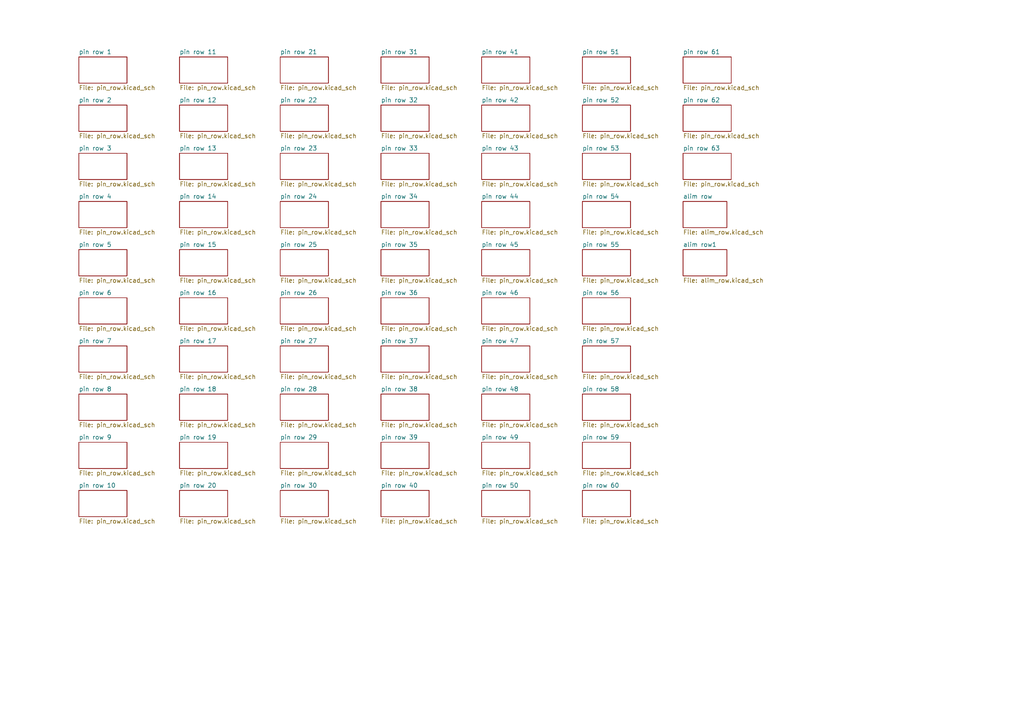
<source format=kicad_sch>
(kicad_sch
	(version 20250114)
	(generator "eeschema")
	(generator_version "9.0")
	(uuid "e605fdad-5778-44d0-9fa4-8d0c1f5f8e4f")
	(paper "A4")
	(lib_symbols)
	(sheet
		(at 22.86 30.48)
		(size 13.97 7.62)
		(exclude_from_sim no)
		(in_bom yes)
		(on_board yes)
		(dnp no)
		(fields_autoplaced yes)
		(stroke
			(width 0.1524)
			(type solid)
		)
		(fill
			(color 0 0 0 0.0000)
		)
		(uuid "010244ba-b459-43d0-9189-99817ad16ee9")
		(property "Sheetname" "pin row 2"
			(at 22.86 29.7684 0)
			(effects
				(font
					(size 1.27 1.27)
				)
				(justify left bottom)
			)
		)
		(property "Sheetfile" "pin_row.kicad_sch"
			(at 22.86 38.6846 0)
			(effects
				(font
					(size 1.27 1.27)
				)
				(justify left top)
			)
		)
		(instances
			(project "solderbread_custm"
				(path "/e605fdad-5778-44d0-9fa4-8d0c1f5f8e4f"
					(page "3")
				)
			)
		)
	)
	(sheet
		(at 81.28 86.36)
		(size 13.97 7.62)
		(exclude_from_sim no)
		(in_bom yes)
		(on_board yes)
		(dnp no)
		(fields_autoplaced yes)
		(stroke
			(width 0.1524)
			(type solid)
		)
		(fill
			(color 0 0 0 0.0000)
		)
		(uuid "016e330a-7c33-4980-8d3d-8eedfeb2c957")
		(property "Sheetname" "pin row 26"
			(at 81.28 85.6484 0)
			(effects
				(font
					(size 1.27 1.27)
				)
				(justify left bottom)
			)
		)
		(property "Sheetfile" "pin_row.kicad_sch"
			(at 81.28 94.5646 0)
			(effects
				(font
					(size 1.27 1.27)
				)
				(justify left top)
			)
		)
		(instances
			(project "solderbread_custm"
				(path "/e605fdad-5778-44d0-9fa4-8d0c1f5f8e4f"
					(page "27")
				)
			)
		)
	)
	(sheet
		(at 139.7 128.27)
		(size 13.97 7.62)
		(exclude_from_sim no)
		(in_bom yes)
		(on_board yes)
		(dnp no)
		(fields_autoplaced yes)
		(stroke
			(width 0.1524)
			(type solid)
		)
		(fill
			(color 0 0 0 0.0000)
		)
		(uuid "02d80adb-a5e7-4fb0-8f07-ee8dbdd7040d")
		(property "Sheetname" "pin row 49"
			(at 139.7 127.5584 0)
			(effects
				(font
					(size 1.27 1.27)
				)
				(justify left bottom)
			)
		)
		(property "Sheetfile" "pin_row.kicad_sch"
			(at 139.7 136.4746 0)
			(effects
				(font
					(size 1.27 1.27)
				)
				(justify left top)
			)
		)
		(instances
			(project "solderbread_custm"
				(path "/e605fdad-5778-44d0-9fa4-8d0c1f5f8e4f"
					(page "50")
				)
			)
		)
	)
	(sheet
		(at 198.12 72.39)
		(size 12.7 7.62)
		(exclude_from_sim no)
		(in_bom yes)
		(on_board yes)
		(dnp no)
		(fields_autoplaced yes)
		(stroke
			(width 0.1524)
			(type solid)
		)
		(fill
			(color 0 0 0 0.0000)
		)
		(uuid "072fa771-d07e-43d1-b595-b0e6035fb33b")
		(property "Sheetname" "alim row1"
			(at 198.12 71.6784 0)
			(effects
				(font
					(size 1.27 1.27)
				)
				(justify left bottom)
			)
		)
		(property "Sheetfile" "alim_row.kicad_sch"
			(at 198.12 80.5946 0)
			(effects
				(font
					(size 1.27 1.27)
				)
				(justify left top)
			)
		)
		(instances
			(project "solderbread_custm"
				(path "/e605fdad-5778-44d0-9fa4-8d0c1f5f8e4f"
					(page "66")
				)
			)
		)
	)
	(sheet
		(at 168.91 16.51)
		(size 13.97 7.62)
		(exclude_from_sim no)
		(in_bom yes)
		(on_board yes)
		(dnp no)
		(fields_autoplaced yes)
		(stroke
			(width 0.1524)
			(type solid)
		)
		(fill
			(color 0 0 0 0.0000)
		)
		(uuid "0c9c53b0-d9c0-425a-bc6c-f60d6da800fa")
		(property "Sheetname" "pin row 51"
			(at 168.91 15.7984 0)
			(effects
				(font
					(size 1.27 1.27)
				)
				(justify left bottom)
			)
		)
		(property "Sheetfile" "pin_row.kicad_sch"
			(at 168.91 24.7146 0)
			(effects
				(font
					(size 1.27 1.27)
				)
				(justify left top)
			)
		)
		(instances
			(project "solderbread_custm"
				(path "/e605fdad-5778-44d0-9fa4-8d0c1f5f8e4f"
					(page "52")
				)
			)
		)
	)
	(sheet
		(at 22.86 128.27)
		(size 13.97 7.62)
		(exclude_from_sim no)
		(in_bom yes)
		(on_board yes)
		(dnp no)
		(fields_autoplaced yes)
		(stroke
			(width 0.1524)
			(type solid)
		)
		(fill
			(color 0 0 0 0.0000)
		)
		(uuid "154762b8-5ef2-4e31-88dc-0d65a0077471")
		(property "Sheetname" "pin row 9"
			(at 22.86 127.5584 0)
			(effects
				(font
					(size 1.27 1.27)
				)
				(justify left bottom)
			)
		)
		(property "Sheetfile" "pin_row.kicad_sch"
			(at 22.86 136.4746 0)
			(effects
				(font
					(size 1.27 1.27)
				)
				(justify left top)
			)
		)
		(instances
			(project "solderbread_custm"
				(path "/e605fdad-5778-44d0-9fa4-8d0c1f5f8e4f"
					(page "10")
				)
			)
		)
	)
	(sheet
		(at 110.49 86.36)
		(size 13.97 7.62)
		(exclude_from_sim no)
		(in_bom yes)
		(on_board yes)
		(dnp no)
		(fields_autoplaced yes)
		(stroke
			(width 0.1524)
			(type solid)
		)
		(fill
			(color 0 0 0 0.0000)
		)
		(uuid "2608f317-1d76-4ec8-9ad0-d2aeb0ca5d4d")
		(property "Sheetname" "pin row 36"
			(at 110.49 85.6484 0)
			(effects
				(font
					(size 1.27 1.27)
				)
				(justify left bottom)
			)
		)
		(property "Sheetfile" "pin_row.kicad_sch"
			(at 110.49 94.5646 0)
			(effects
				(font
					(size 1.27 1.27)
				)
				(justify left top)
			)
		)
		(instances
			(project "solderbread_custm"
				(path "/e605fdad-5778-44d0-9fa4-8d0c1f5f8e4f"
					(page "37")
				)
			)
		)
	)
	(sheet
		(at 168.91 142.24)
		(size 13.97 7.62)
		(exclude_from_sim no)
		(in_bom yes)
		(on_board yes)
		(dnp no)
		(fields_autoplaced yes)
		(stroke
			(width 0.1524)
			(type solid)
		)
		(fill
			(color 0 0 0 0.0000)
		)
		(uuid "2ef212bf-23da-4f89-a7f0-00b9bad65dab")
		(property "Sheetname" "pin row 60"
			(at 168.91 141.5284 0)
			(effects
				(font
					(size 1.27 1.27)
				)
				(justify left bottom)
			)
		)
		(property "Sheetfile" "pin_row.kicad_sch"
			(at 168.91 150.4446 0)
			(effects
				(font
					(size 1.27 1.27)
				)
				(justify left top)
			)
		)
		(instances
			(project "solderbread_custm"
				(path "/e605fdad-5778-44d0-9fa4-8d0c1f5f8e4f"
					(page "61")
				)
			)
		)
	)
	(sheet
		(at 81.28 114.3)
		(size 13.97 7.62)
		(exclude_from_sim no)
		(in_bom yes)
		(on_board yes)
		(dnp no)
		(fields_autoplaced yes)
		(stroke
			(width 0.1524)
			(type solid)
		)
		(fill
			(color 0 0 0 0.0000)
		)
		(uuid "30d4936d-6ace-469d-9fd2-c575b4b4eaef")
		(property "Sheetname" "pin row 28"
			(at 81.28 113.5884 0)
			(effects
				(font
					(size 1.27 1.27)
				)
				(justify left bottom)
			)
		)
		(property "Sheetfile" "pin_row.kicad_sch"
			(at 81.28 122.5046 0)
			(effects
				(font
					(size 1.27 1.27)
				)
				(justify left top)
			)
		)
		(instances
			(project "solderbread_custm"
				(path "/e605fdad-5778-44d0-9fa4-8d0c1f5f8e4f"
					(page "29")
				)
			)
		)
	)
	(sheet
		(at 52.07 128.27)
		(size 13.97 7.62)
		(exclude_from_sim no)
		(in_bom yes)
		(on_board yes)
		(dnp no)
		(fields_autoplaced yes)
		(stroke
			(width 0.1524)
			(type solid)
		)
		(fill
			(color 0 0 0 0.0000)
		)
		(uuid "33da9005-e0c1-4025-b582-7188bba8029f")
		(property "Sheetname" "pin row 19"
			(at 52.07 127.5584 0)
			(effects
				(font
					(size 1.27 1.27)
				)
				(justify left bottom)
			)
		)
		(property "Sheetfile" "pin_row.kicad_sch"
			(at 52.07 136.4746 0)
			(effects
				(font
					(size 1.27 1.27)
				)
				(justify left top)
			)
		)
		(instances
			(project "solderbread_custm"
				(path "/e605fdad-5778-44d0-9fa4-8d0c1f5f8e4f"
					(page "20")
				)
			)
		)
	)
	(sheet
		(at 22.86 86.36)
		(size 13.97 7.62)
		(exclude_from_sim no)
		(in_bom yes)
		(on_board yes)
		(dnp no)
		(fields_autoplaced yes)
		(stroke
			(width 0.1524)
			(type solid)
		)
		(fill
			(color 0 0 0 0.0000)
		)
		(uuid "37563292-0dc4-48dd-bfaa-66a572fe19bd")
		(property "Sheetname" "pin row 6"
			(at 22.86 85.6484 0)
			(effects
				(font
					(size 1.27 1.27)
				)
				(justify left bottom)
			)
		)
		(property "Sheetfile" "pin_row.kicad_sch"
			(at 22.86 94.5646 0)
			(effects
				(font
					(size 1.27 1.27)
				)
				(justify left top)
			)
		)
		(instances
			(project "solderbread_custm"
				(path "/e605fdad-5778-44d0-9fa4-8d0c1f5f8e4f"
					(page "7")
				)
			)
		)
	)
	(sheet
		(at 22.86 16.51)
		(size 13.97 7.62)
		(exclude_from_sim no)
		(in_bom yes)
		(on_board yes)
		(dnp no)
		(fields_autoplaced yes)
		(stroke
			(width 0.1524)
			(type solid)
		)
		(fill
			(color 0 0 0 0.0000)
		)
		(uuid "3c84d1c7-f916-4d2d-8697-a453457381b9")
		(property "Sheetname" "pin row 1"
			(at 22.86 15.7984 0)
			(effects
				(font
					(size 1.27 1.27)
				)
				(justify left bottom)
			)
		)
		(property "Sheetfile" "pin_row.kicad_sch"
			(at 22.86 24.7146 0)
			(effects
				(font
					(size 1.27 1.27)
				)
				(justify left top)
			)
		)
		(instances
			(project "solderbread_custm"
				(path "/e605fdad-5778-44d0-9fa4-8d0c1f5f8e4f"
					(page "2")
				)
			)
		)
	)
	(sheet
		(at 168.91 114.3)
		(size 13.97 7.62)
		(exclude_from_sim no)
		(in_bom yes)
		(on_board yes)
		(dnp no)
		(fields_autoplaced yes)
		(stroke
			(width 0.1524)
			(type solid)
		)
		(fill
			(color 0 0 0 0.0000)
		)
		(uuid "3d78e162-6c7a-4f1e-8af1-ed304957f422")
		(property "Sheetname" "pin row 58"
			(at 168.91 113.5884 0)
			(effects
				(font
					(size 1.27 1.27)
				)
				(justify left bottom)
			)
		)
		(property "Sheetfile" "pin_row.kicad_sch"
			(at 168.91 122.5046 0)
			(effects
				(font
					(size 1.27 1.27)
				)
				(justify left top)
			)
		)
		(instances
			(project "solderbread_custm"
				(path "/e605fdad-5778-44d0-9fa4-8d0c1f5f8e4f"
					(page "59")
				)
			)
		)
	)
	(sheet
		(at 168.91 86.36)
		(size 13.97 7.62)
		(exclude_from_sim no)
		(in_bom yes)
		(on_board yes)
		(dnp no)
		(fields_autoplaced yes)
		(stroke
			(width 0.1524)
			(type solid)
		)
		(fill
			(color 0 0 0 0.0000)
		)
		(uuid "3dc0baf6-241e-4ac7-8911-2ddf648af76e")
		(property "Sheetname" "pin row 56"
			(at 168.91 85.6484 0)
			(effects
				(font
					(size 1.27 1.27)
				)
				(justify left bottom)
			)
		)
		(property "Sheetfile" "pin_row.kicad_sch"
			(at 168.91 94.5646 0)
			(effects
				(font
					(size 1.27 1.27)
				)
				(justify left top)
			)
		)
		(instances
			(project "solderbread_custm"
				(path "/e605fdad-5778-44d0-9fa4-8d0c1f5f8e4f"
					(page "57")
				)
			)
		)
	)
	(sheet
		(at 52.07 72.39)
		(size 13.97 7.62)
		(exclude_from_sim no)
		(in_bom yes)
		(on_board yes)
		(dnp no)
		(fields_autoplaced yes)
		(stroke
			(width 0.1524)
			(type solid)
		)
		(fill
			(color 0 0 0 0.0000)
		)
		(uuid "4061ce90-f682-4a66-b090-9e287a33a812")
		(property "Sheetname" "pin row 15"
			(at 52.07 71.6784 0)
			(effects
				(font
					(size 1.27 1.27)
				)
				(justify left bottom)
			)
		)
		(property "Sheetfile" "pin_row.kicad_sch"
			(at 52.07 80.5946 0)
			(effects
				(font
					(size 1.27 1.27)
				)
				(justify left top)
			)
		)
		(instances
			(project "solderbread_custm"
				(path "/e605fdad-5778-44d0-9fa4-8d0c1f5f8e4f"
					(page "16")
				)
			)
		)
	)
	(sheet
		(at 139.7 30.48)
		(size 13.97 7.62)
		(exclude_from_sim no)
		(in_bom yes)
		(on_board yes)
		(dnp no)
		(fields_autoplaced yes)
		(stroke
			(width 0.1524)
			(type solid)
		)
		(fill
			(color 0 0 0 0.0000)
		)
		(uuid "40d4b3a5-f6df-4823-8014-e27f4d817445")
		(property "Sheetname" "pin row 42"
			(at 139.7 29.7684 0)
			(effects
				(font
					(size 1.27 1.27)
				)
				(justify left bottom)
			)
		)
		(property "Sheetfile" "pin_row.kicad_sch"
			(at 139.7 38.6846 0)
			(effects
				(font
					(size 1.27 1.27)
				)
				(justify left top)
			)
		)
		(instances
			(project "solderbread_custm"
				(path "/e605fdad-5778-44d0-9fa4-8d0c1f5f8e4f"
					(page "43")
				)
			)
		)
	)
	(sheet
		(at 81.28 16.51)
		(size 13.97 7.62)
		(exclude_from_sim no)
		(in_bom yes)
		(on_board yes)
		(dnp no)
		(fields_autoplaced yes)
		(stroke
			(width 0.1524)
			(type solid)
		)
		(fill
			(color 0 0 0 0.0000)
		)
		(uuid "40e59e53-e3a1-40f9-8efb-56bd5136985d")
		(property "Sheetname" "pin row 21"
			(at 81.28 15.7984 0)
			(effects
				(font
					(size 1.27 1.27)
				)
				(justify left bottom)
			)
		)
		(property "Sheetfile" "pin_row.kicad_sch"
			(at 81.28 24.7146 0)
			(effects
				(font
					(size 1.27 1.27)
				)
				(justify left top)
			)
		)
		(instances
			(project "solderbread_custm"
				(path "/e605fdad-5778-44d0-9fa4-8d0c1f5f8e4f"
					(page "22")
				)
			)
		)
	)
	(sheet
		(at 110.49 72.39)
		(size 13.97 7.62)
		(exclude_from_sim no)
		(in_bom yes)
		(on_board yes)
		(dnp no)
		(fields_autoplaced yes)
		(stroke
			(width 0.1524)
			(type solid)
		)
		(fill
			(color 0 0 0 0.0000)
		)
		(uuid "43885cb7-c405-4f8b-9fe1-ee244334d622")
		(property "Sheetname" "pin row 35"
			(at 110.49 71.6784 0)
			(effects
				(font
					(size 1.27 1.27)
				)
				(justify left bottom)
			)
		)
		(property "Sheetfile" "pin_row.kicad_sch"
			(at 110.49 80.5946 0)
			(effects
				(font
					(size 1.27 1.27)
				)
				(justify left top)
			)
		)
		(instances
			(project "solderbread_custm"
				(path "/e605fdad-5778-44d0-9fa4-8d0c1f5f8e4f"
					(page "36")
				)
			)
		)
	)
	(sheet
		(at 168.91 30.48)
		(size 13.97 7.62)
		(exclude_from_sim no)
		(in_bom yes)
		(on_board yes)
		(dnp no)
		(fields_autoplaced yes)
		(stroke
			(width 0.1524)
			(type solid)
		)
		(fill
			(color 0 0 0 0.0000)
		)
		(uuid "43e785ac-989f-4ce3-9ef1-27016825ccf0")
		(property "Sheetname" "pin row 52"
			(at 168.91 29.7684 0)
			(effects
				(font
					(size 1.27 1.27)
				)
				(justify left bottom)
			)
		)
		(property "Sheetfile" "pin_row.kicad_sch"
			(at 168.91 38.6846 0)
			(effects
				(font
					(size 1.27 1.27)
				)
				(justify left top)
			)
		)
		(instances
			(project "solderbread_custm"
				(path "/e605fdad-5778-44d0-9fa4-8d0c1f5f8e4f"
					(page "53")
				)
			)
		)
	)
	(sheet
		(at 110.49 58.42)
		(size 13.97 7.62)
		(exclude_from_sim no)
		(in_bom yes)
		(on_board yes)
		(dnp no)
		(fields_autoplaced yes)
		(stroke
			(width 0.1524)
			(type solid)
		)
		(fill
			(color 0 0 0 0.0000)
		)
		(uuid "46498db3-7956-4275-a165-af8e4da83eaf")
		(property "Sheetname" "pin row 34"
			(at 110.49 57.7084 0)
			(effects
				(font
					(size 1.27 1.27)
				)
				(justify left bottom)
			)
		)
		(property "Sheetfile" "pin_row.kicad_sch"
			(at 110.49 66.6246 0)
			(effects
				(font
					(size 1.27 1.27)
				)
				(justify left top)
			)
		)
		(instances
			(project "solderbread_custm"
				(path "/e605fdad-5778-44d0-9fa4-8d0c1f5f8e4f"
					(page "35")
				)
			)
		)
	)
	(sheet
		(at 198.12 44.45)
		(size 13.97 7.62)
		(exclude_from_sim no)
		(in_bom yes)
		(on_board yes)
		(dnp no)
		(fields_autoplaced yes)
		(stroke
			(width 0.1524)
			(type solid)
		)
		(fill
			(color 0 0 0 0.0000)
		)
		(uuid "4856f381-3bbc-4f1f-807e-a0ba76da9390")
		(property "Sheetname" "pin row 63"
			(at 198.12 43.7384 0)
			(effects
				(font
					(size 1.27 1.27)
				)
				(justify left bottom)
			)
		)
		(property "Sheetfile" "pin_row.kicad_sch"
			(at 198.12 52.6546 0)
			(effects
				(font
					(size 1.27 1.27)
				)
				(justify left top)
			)
		)
		(instances
			(project "solderbread_custm"
				(path "/e605fdad-5778-44d0-9fa4-8d0c1f5f8e4f"
					(page "64")
				)
			)
		)
	)
	(sheet
		(at 81.28 142.24)
		(size 13.97 7.62)
		(exclude_from_sim no)
		(in_bom yes)
		(on_board yes)
		(dnp no)
		(fields_autoplaced yes)
		(stroke
			(width 0.1524)
			(type solid)
		)
		(fill
			(color 0 0 0 0.0000)
		)
		(uuid "4e273c7a-151b-4c31-bd73-3c6e585afc29")
		(property "Sheetname" "pin row 30"
			(at 81.28 141.5284 0)
			(effects
				(font
					(size 1.27 1.27)
				)
				(justify left bottom)
			)
		)
		(property "Sheetfile" "pin_row.kicad_sch"
			(at 81.28 150.4446 0)
			(effects
				(font
					(size 1.27 1.27)
				)
				(justify left top)
			)
		)
		(instances
			(project "solderbread_custm"
				(path "/e605fdad-5778-44d0-9fa4-8d0c1f5f8e4f"
					(page "31")
				)
			)
		)
	)
	(sheet
		(at 81.28 128.27)
		(size 13.97 7.62)
		(exclude_from_sim no)
		(in_bom yes)
		(on_board yes)
		(dnp no)
		(fields_autoplaced yes)
		(stroke
			(width 0.1524)
			(type solid)
		)
		(fill
			(color 0 0 0 0.0000)
		)
		(uuid "4e52f344-6a99-4731-8680-d93f79731469")
		(property "Sheetname" "pin row 29"
			(at 81.28 127.5584 0)
			(effects
				(font
					(size 1.27 1.27)
				)
				(justify left bottom)
			)
		)
		(property "Sheetfile" "pin_row.kicad_sch"
			(at 81.28 136.4746 0)
			(effects
				(font
					(size 1.27 1.27)
				)
				(justify left top)
			)
		)
		(instances
			(project "solderbread_custm"
				(path "/e605fdad-5778-44d0-9fa4-8d0c1f5f8e4f"
					(page "30")
				)
			)
		)
	)
	(sheet
		(at 110.49 30.48)
		(size 13.97 7.62)
		(exclude_from_sim no)
		(in_bom yes)
		(on_board yes)
		(dnp no)
		(fields_autoplaced yes)
		(stroke
			(width 0.1524)
			(type solid)
		)
		(fill
			(color 0 0 0 0.0000)
		)
		(uuid "4ef63628-8ba9-49e6-a448-553376606dd5")
		(property "Sheetname" "pin row 32"
			(at 110.49 29.7684 0)
			(effects
				(font
					(size 1.27 1.27)
				)
				(justify left bottom)
			)
		)
		(property "Sheetfile" "pin_row.kicad_sch"
			(at 110.49 38.6846 0)
			(effects
				(font
					(size 1.27 1.27)
				)
				(justify left top)
			)
		)
		(instances
			(project "solderbread_custm"
				(path "/e605fdad-5778-44d0-9fa4-8d0c1f5f8e4f"
					(page "33")
				)
			)
		)
	)
	(sheet
		(at 139.7 86.36)
		(size 13.97 7.62)
		(exclude_from_sim no)
		(in_bom yes)
		(on_board yes)
		(dnp no)
		(fields_autoplaced yes)
		(stroke
			(width 0.1524)
			(type solid)
		)
		(fill
			(color 0 0 0 0.0000)
		)
		(uuid "54951a71-20ea-40fe-97c5-b568eb91069b")
		(property "Sheetname" "pin row 46"
			(at 139.7 85.6484 0)
			(effects
				(font
					(size 1.27 1.27)
				)
				(justify left bottom)
			)
		)
		(property "Sheetfile" "pin_row.kicad_sch"
			(at 139.7 94.5646 0)
			(effects
				(font
					(size 1.27 1.27)
				)
				(justify left top)
			)
		)
		(instances
			(project "solderbread_custm"
				(path "/e605fdad-5778-44d0-9fa4-8d0c1f5f8e4f"
					(page "47")
				)
			)
		)
	)
	(sheet
		(at 110.49 16.51)
		(size 13.97 7.62)
		(exclude_from_sim no)
		(in_bom yes)
		(on_board yes)
		(dnp no)
		(fields_autoplaced yes)
		(stroke
			(width 0.1524)
			(type solid)
		)
		(fill
			(color 0 0 0 0.0000)
		)
		(uuid "59c1a704-b163-4a86-a9f1-39de9f5927c2")
		(property "Sheetname" "pin row 31"
			(at 110.49 15.7984 0)
			(effects
				(font
					(size 1.27 1.27)
				)
				(justify left bottom)
			)
		)
		(property "Sheetfile" "pin_row.kicad_sch"
			(at 110.49 24.7146 0)
			(effects
				(font
					(size 1.27 1.27)
				)
				(justify left top)
			)
		)
		(instances
			(project "solderbread_custm"
				(path "/e605fdad-5778-44d0-9fa4-8d0c1f5f8e4f"
					(page "32")
				)
			)
		)
	)
	(sheet
		(at 22.86 114.3)
		(size 13.97 7.62)
		(exclude_from_sim no)
		(in_bom yes)
		(on_board yes)
		(dnp no)
		(fields_autoplaced yes)
		(stroke
			(width 0.1524)
			(type solid)
		)
		(fill
			(color 0 0 0 0.0000)
		)
		(uuid "5bac0915-e86e-49b9-81f9-23e609a7a28e")
		(property "Sheetname" "pin row 8"
			(at 22.86 113.5884 0)
			(effects
				(font
					(size 1.27 1.27)
				)
				(justify left bottom)
			)
		)
		(property "Sheetfile" "pin_row.kicad_sch"
			(at 22.86 122.5046 0)
			(effects
				(font
					(size 1.27 1.27)
				)
				(justify left top)
			)
		)
		(instances
			(project "solderbread_custm"
				(path "/e605fdad-5778-44d0-9fa4-8d0c1f5f8e4f"
					(page "9")
				)
			)
		)
	)
	(sheet
		(at 52.07 16.51)
		(size 13.97 7.62)
		(exclude_from_sim no)
		(in_bom yes)
		(on_board yes)
		(dnp no)
		(fields_autoplaced yes)
		(stroke
			(width 0.1524)
			(type solid)
		)
		(fill
			(color 0 0 0 0.0000)
		)
		(uuid "618a33cb-529b-4425-a59e-3ed304ebd2cf")
		(property "Sheetname" "pin row 11"
			(at 52.07 15.7984 0)
			(effects
				(font
					(size 1.27 1.27)
				)
				(justify left bottom)
			)
		)
		(property "Sheetfile" "pin_row.kicad_sch"
			(at 52.07 24.7146 0)
			(effects
				(font
					(size 1.27 1.27)
				)
				(justify left top)
			)
		)
		(instances
			(project "solderbread_custm"
				(path "/e605fdad-5778-44d0-9fa4-8d0c1f5f8e4f"
					(page "12")
				)
			)
		)
	)
	(sheet
		(at 81.28 44.45)
		(size 13.97 7.62)
		(exclude_from_sim no)
		(in_bom yes)
		(on_board yes)
		(dnp no)
		(fields_autoplaced yes)
		(stroke
			(width 0.1524)
			(type solid)
		)
		(fill
			(color 0 0 0 0.0000)
		)
		(uuid "61e0bfe2-4778-4cfa-86d6-3350298c78f6")
		(property "Sheetname" "pin row 23"
			(at 81.28 43.7384 0)
			(effects
				(font
					(size 1.27 1.27)
				)
				(justify left bottom)
			)
		)
		(property "Sheetfile" "pin_row.kicad_sch"
			(at 81.28 52.6546 0)
			(effects
				(font
					(size 1.27 1.27)
				)
				(justify left top)
			)
		)
		(instances
			(project "solderbread_custm"
				(path "/e605fdad-5778-44d0-9fa4-8d0c1f5f8e4f"
					(page "24")
				)
			)
		)
	)
	(sheet
		(at 198.12 16.51)
		(size 13.97 7.62)
		(exclude_from_sim no)
		(in_bom yes)
		(on_board yes)
		(dnp no)
		(fields_autoplaced yes)
		(stroke
			(width 0.1524)
			(type solid)
		)
		(fill
			(color 0 0 0 0.0000)
		)
		(uuid "64bd646c-3bba-4df4-87c2-e5dcd4efed82")
		(property "Sheetname" "pin row 61"
			(at 198.12 15.7984 0)
			(effects
				(font
					(size 1.27 1.27)
				)
				(justify left bottom)
			)
		)
		(property "Sheetfile" "pin_row.kicad_sch"
			(at 198.12 24.7146 0)
			(effects
				(font
					(size 1.27 1.27)
				)
				(justify left top)
			)
		)
		(instances
			(project "solderbread_custm"
				(path "/e605fdad-5778-44d0-9fa4-8d0c1f5f8e4f"
					(page "62")
				)
			)
		)
	)
	(sheet
		(at 139.7 44.45)
		(size 13.97 7.62)
		(exclude_from_sim no)
		(in_bom yes)
		(on_board yes)
		(dnp no)
		(fields_autoplaced yes)
		(stroke
			(width 0.1524)
			(type solid)
		)
		(fill
			(color 0 0 0 0.0000)
		)
		(uuid "65fbc034-9cb8-41a9-9d1b-9a324e28dabc")
		(property "Sheetname" "pin row 43"
			(at 139.7 43.7384 0)
			(effects
				(font
					(size 1.27 1.27)
				)
				(justify left bottom)
			)
		)
		(property "Sheetfile" "pin_row.kicad_sch"
			(at 139.7 52.6546 0)
			(effects
				(font
					(size 1.27 1.27)
				)
				(justify left top)
			)
		)
		(instances
			(project "solderbread_custm"
				(path "/e605fdad-5778-44d0-9fa4-8d0c1f5f8e4f"
					(page "44")
				)
			)
		)
	)
	(sheet
		(at 22.86 142.24)
		(size 13.97 7.62)
		(exclude_from_sim no)
		(in_bom yes)
		(on_board yes)
		(dnp no)
		(fields_autoplaced yes)
		(stroke
			(width 0.1524)
			(type solid)
		)
		(fill
			(color 0 0 0 0.0000)
		)
		(uuid "679242e2-9ffe-4de5-bfb1-b031118ac734")
		(property "Sheetname" "pin row 10"
			(at 22.86 141.5284 0)
			(effects
				(font
					(size 1.27 1.27)
				)
				(justify left bottom)
			)
		)
		(property "Sheetfile" "pin_row.kicad_sch"
			(at 22.86 150.4446 0)
			(effects
				(font
					(size 1.27 1.27)
				)
				(justify left top)
			)
		)
		(instances
			(project "solderbread_custm"
				(path "/e605fdad-5778-44d0-9fa4-8d0c1f5f8e4f"
					(page "11")
				)
			)
		)
	)
	(sheet
		(at 168.91 58.42)
		(size 13.97 7.62)
		(exclude_from_sim no)
		(in_bom yes)
		(on_board yes)
		(dnp no)
		(fields_autoplaced yes)
		(stroke
			(width 0.1524)
			(type solid)
		)
		(fill
			(color 0 0 0 0.0000)
		)
		(uuid "67aa851b-9811-427e-938e-62c63245778e")
		(property "Sheetname" "pin row 54"
			(at 168.91 57.7084 0)
			(effects
				(font
					(size 1.27 1.27)
				)
				(justify left bottom)
			)
		)
		(property "Sheetfile" "pin_row.kicad_sch"
			(at 168.91 66.6246 0)
			(effects
				(font
					(size 1.27 1.27)
				)
				(justify left top)
			)
		)
		(instances
			(project "solderbread_custm"
				(path "/e605fdad-5778-44d0-9fa4-8d0c1f5f8e4f"
					(page "55")
				)
			)
		)
	)
	(sheet
		(at 110.49 100.33)
		(size 13.97 7.62)
		(exclude_from_sim no)
		(in_bom yes)
		(on_board yes)
		(dnp no)
		(fields_autoplaced yes)
		(stroke
			(width 0.1524)
			(type solid)
		)
		(fill
			(color 0 0 0 0.0000)
		)
		(uuid "6cf467ce-c496-4af3-84e3-2493ae4fb2fb")
		(property "Sheetname" "pin row 37"
			(at 110.49 99.6184 0)
			(effects
				(font
					(size 1.27 1.27)
				)
				(justify left bottom)
			)
		)
		(property "Sheetfile" "pin_row.kicad_sch"
			(at 110.49 108.5346 0)
			(effects
				(font
					(size 1.27 1.27)
				)
				(justify left top)
			)
		)
		(instances
			(project "solderbread_custm"
				(path "/e605fdad-5778-44d0-9fa4-8d0c1f5f8e4f"
					(page "38")
				)
			)
		)
	)
	(sheet
		(at 52.07 30.48)
		(size 13.97 7.62)
		(exclude_from_sim no)
		(in_bom yes)
		(on_board yes)
		(dnp no)
		(fields_autoplaced yes)
		(stroke
			(width 0.1524)
			(type solid)
		)
		(fill
			(color 0 0 0 0.0000)
		)
		(uuid "6f9a8d04-78b6-4b06-afac-b46c3de1a3a8")
		(property "Sheetname" "pin row 12"
			(at 52.07 29.7684 0)
			(effects
				(font
					(size 1.27 1.27)
				)
				(justify left bottom)
			)
		)
		(property "Sheetfile" "pin_row.kicad_sch"
			(at 52.07 38.6846 0)
			(effects
				(font
					(size 1.27 1.27)
				)
				(justify left top)
			)
		)
		(instances
			(project "solderbread_custm"
				(path "/e605fdad-5778-44d0-9fa4-8d0c1f5f8e4f"
					(page "13")
				)
			)
		)
	)
	(sheet
		(at 198.12 30.48)
		(size 13.97 7.62)
		(exclude_from_sim no)
		(in_bom yes)
		(on_board yes)
		(dnp no)
		(fields_autoplaced yes)
		(stroke
			(width 0.1524)
			(type solid)
		)
		(fill
			(color 0 0 0 0.0000)
		)
		(uuid "78947d0b-476b-4ac3-8981-f2687cb1bfae")
		(property "Sheetname" "pin row 62"
			(at 198.12 29.7684 0)
			(effects
				(font
					(size 1.27 1.27)
				)
				(justify left bottom)
			)
		)
		(property "Sheetfile" "pin_row.kicad_sch"
			(at 198.12 38.6846 0)
			(effects
				(font
					(size 1.27 1.27)
				)
				(justify left top)
			)
		)
		(instances
			(project "solderbread_custm"
				(path "/e605fdad-5778-44d0-9fa4-8d0c1f5f8e4f"
					(page "63")
				)
			)
		)
	)
	(sheet
		(at 22.86 100.33)
		(size 13.97 7.62)
		(exclude_from_sim no)
		(in_bom yes)
		(on_board yes)
		(dnp no)
		(fields_autoplaced yes)
		(stroke
			(width 0.1524)
			(type solid)
		)
		(fill
			(color 0 0 0 0.0000)
		)
		(uuid "7cc6eea7-a9e1-4bc4-8c29-fc339c82e422")
		(property "Sheetname" "pin row 7"
			(at 22.86 99.6184 0)
			(effects
				(font
					(size 1.27 1.27)
				)
				(justify left bottom)
			)
		)
		(property "Sheetfile" "pin_row.kicad_sch"
			(at 22.86 108.5346 0)
			(effects
				(font
					(size 1.27 1.27)
				)
				(justify left top)
			)
		)
		(instances
			(project "solderbread_custm"
				(path "/e605fdad-5778-44d0-9fa4-8d0c1f5f8e4f"
					(page "8")
				)
			)
		)
	)
	(sheet
		(at 81.28 58.42)
		(size 13.97 7.62)
		(exclude_from_sim no)
		(in_bom yes)
		(on_board yes)
		(dnp no)
		(fields_autoplaced yes)
		(stroke
			(width 0.1524)
			(type solid)
		)
		(fill
			(color 0 0 0 0.0000)
		)
		(uuid "7db2faf4-5c08-46c4-a3dd-cd41ec036a5d")
		(property "Sheetname" "pin row 24"
			(at 81.28 57.7084 0)
			(effects
				(font
					(size 1.27 1.27)
				)
				(justify left bottom)
			)
		)
		(property "Sheetfile" "pin_row.kicad_sch"
			(at 81.28 66.6246 0)
			(effects
				(font
					(size 1.27 1.27)
				)
				(justify left top)
			)
		)
		(instances
			(project "solderbread_custm"
				(path "/e605fdad-5778-44d0-9fa4-8d0c1f5f8e4f"
					(page "25")
				)
			)
		)
	)
	(sheet
		(at 22.86 58.42)
		(size 13.97 7.62)
		(exclude_from_sim no)
		(in_bom yes)
		(on_board yes)
		(dnp no)
		(fields_autoplaced yes)
		(stroke
			(width 0.1524)
			(type solid)
		)
		(fill
			(color 0 0 0 0.0000)
		)
		(uuid "83611c22-73eb-41e7-9631-d6ba654fd37b")
		(property "Sheetname" "pin row 4"
			(at 22.86 57.7084 0)
			(effects
				(font
					(size 1.27 1.27)
				)
				(justify left bottom)
			)
		)
		(property "Sheetfile" "pin_row.kicad_sch"
			(at 22.86 66.6246 0)
			(effects
				(font
					(size 1.27 1.27)
				)
				(justify left top)
			)
		)
		(instances
			(project "solderbread_custm"
				(path "/e605fdad-5778-44d0-9fa4-8d0c1f5f8e4f"
					(page "5")
				)
			)
		)
	)
	(sheet
		(at 81.28 72.39)
		(size 13.97 7.62)
		(exclude_from_sim no)
		(in_bom yes)
		(on_board yes)
		(dnp no)
		(fields_autoplaced yes)
		(stroke
			(width 0.1524)
			(type solid)
		)
		(fill
			(color 0 0 0 0.0000)
		)
		(uuid "876b852a-3745-4f5e-b379-4a656ed10afb")
		(property "Sheetname" "pin row 25"
			(at 81.28 71.6784 0)
			(effects
				(font
					(size 1.27 1.27)
				)
				(justify left bottom)
			)
		)
		(property "Sheetfile" "pin_row.kicad_sch"
			(at 81.28 80.5946 0)
			(effects
				(font
					(size 1.27 1.27)
				)
				(justify left top)
			)
		)
		(instances
			(project "solderbread_custm"
				(path "/e605fdad-5778-44d0-9fa4-8d0c1f5f8e4f"
					(page "26")
				)
			)
		)
	)
	(sheet
		(at 110.49 44.45)
		(size 13.97 7.62)
		(exclude_from_sim no)
		(in_bom yes)
		(on_board yes)
		(dnp no)
		(fields_autoplaced yes)
		(stroke
			(width 0.1524)
			(type solid)
		)
		(fill
			(color 0 0 0 0.0000)
		)
		(uuid "8ac5936c-61bd-4139-abe0-9b103526063a")
		(property "Sheetname" "pin row 33"
			(at 110.49 43.7384 0)
			(effects
				(font
					(size 1.27 1.27)
				)
				(justify left bottom)
			)
		)
		(property "Sheetfile" "pin_row.kicad_sch"
			(at 110.49 52.6546 0)
			(effects
				(font
					(size 1.27 1.27)
				)
				(justify left top)
			)
		)
		(instances
			(project "solderbread_custm"
				(path "/e605fdad-5778-44d0-9fa4-8d0c1f5f8e4f"
					(page "34")
				)
			)
		)
	)
	(sheet
		(at 81.28 100.33)
		(size 13.97 7.62)
		(exclude_from_sim no)
		(in_bom yes)
		(on_board yes)
		(dnp no)
		(fields_autoplaced yes)
		(stroke
			(width 0.1524)
			(type solid)
		)
		(fill
			(color 0 0 0 0.0000)
		)
		(uuid "8f745efd-6fb2-43ca-8481-e5cf0c5ffca7")
		(property "Sheetname" "pin row 27"
			(at 81.28 99.6184 0)
			(effects
				(font
					(size 1.27 1.27)
				)
				(justify left bottom)
			)
		)
		(property "Sheetfile" "pin_row.kicad_sch"
			(at 81.28 108.5346 0)
			(effects
				(font
					(size 1.27 1.27)
				)
				(justify left top)
			)
		)
		(instances
			(project "solderbread_custm"
				(path "/e605fdad-5778-44d0-9fa4-8d0c1f5f8e4f"
					(page "28")
				)
			)
		)
	)
	(sheet
		(at 168.91 128.27)
		(size 13.97 7.62)
		(exclude_from_sim no)
		(in_bom yes)
		(on_board yes)
		(dnp no)
		(fields_autoplaced yes)
		(stroke
			(width 0.1524)
			(type solid)
		)
		(fill
			(color 0 0 0 0.0000)
		)
		(uuid "91c3334c-991a-4c3c-8332-f5475a085444")
		(property "Sheetname" "pin row 59"
			(at 168.91 127.5584 0)
			(effects
				(font
					(size 1.27 1.27)
				)
				(justify left bottom)
			)
		)
		(property "Sheetfile" "pin_row.kicad_sch"
			(at 168.91 136.4746 0)
			(effects
				(font
					(size 1.27 1.27)
				)
				(justify left top)
			)
		)
		(instances
			(project "solderbread_custm"
				(path "/e605fdad-5778-44d0-9fa4-8d0c1f5f8e4f"
					(page "60")
				)
			)
		)
	)
	(sheet
		(at 22.86 44.45)
		(size 13.97 7.62)
		(exclude_from_sim no)
		(in_bom yes)
		(on_board yes)
		(dnp no)
		(fields_autoplaced yes)
		(stroke
			(width 0.1524)
			(type solid)
		)
		(fill
			(color 0 0 0 0.0000)
		)
		(uuid "94717184-e46c-4076-87f0-95f3c9f924fb")
		(property "Sheetname" "pin row 3"
			(at 22.86 43.7384 0)
			(effects
				(font
					(size 1.27 1.27)
				)
				(justify left bottom)
			)
		)
		(property "Sheetfile" "pin_row.kicad_sch"
			(at 22.86 52.6546 0)
			(effects
				(font
					(size 1.27 1.27)
				)
				(justify left top)
			)
		)
		(instances
			(project "solderbread_custm"
				(path "/e605fdad-5778-44d0-9fa4-8d0c1f5f8e4f"
					(page "4")
				)
			)
		)
	)
	(sheet
		(at 198.12 58.42)
		(size 12.7 7.62)
		(exclude_from_sim no)
		(in_bom yes)
		(on_board yes)
		(dnp no)
		(fields_autoplaced yes)
		(stroke
			(width 0.1524)
			(type solid)
		)
		(fill
			(color 0 0 0 0.0000)
		)
		(uuid "9efd5aa0-254d-400b-bacc-6b02e003c5a6")
		(property "Sheetname" "alim row"
			(at 198.12 57.7084 0)
			(effects
				(font
					(size 1.27 1.27)
				)
				(justify left bottom)
			)
		)
		(property "Sheetfile" "alim_row.kicad_sch"
			(at 198.12 66.6246 0)
			(effects
				(font
					(size 1.27 1.27)
				)
				(justify left top)
			)
		)
		(instances
			(project "solderbread_custm"
				(path "/e605fdad-5778-44d0-9fa4-8d0c1f5f8e4f"
					(page "65")
				)
			)
		)
	)
	(sheet
		(at 168.91 100.33)
		(size 13.97 7.62)
		(exclude_from_sim no)
		(in_bom yes)
		(on_board yes)
		(dnp no)
		(fields_autoplaced yes)
		(stroke
			(width 0.1524)
			(type solid)
		)
		(fill
			(color 0 0 0 0.0000)
		)
		(uuid "9f59e9b5-a5ed-4797-9764-453f3fa628f1")
		(property "Sheetname" "pin row 57"
			(at 168.91 99.6184 0)
			(effects
				(font
					(size 1.27 1.27)
				)
				(justify left bottom)
			)
		)
		(property "Sheetfile" "pin_row.kicad_sch"
			(at 168.91 108.5346 0)
			(effects
				(font
					(size 1.27 1.27)
				)
				(justify left top)
			)
		)
		(instances
			(project "solderbread_custm"
				(path "/e605fdad-5778-44d0-9fa4-8d0c1f5f8e4f"
					(page "58")
				)
			)
		)
	)
	(sheet
		(at 22.86 72.39)
		(size 13.97 7.62)
		(exclude_from_sim no)
		(in_bom yes)
		(on_board yes)
		(dnp no)
		(fields_autoplaced yes)
		(stroke
			(width 0.1524)
			(type solid)
		)
		(fill
			(color 0 0 0 0.0000)
		)
		(uuid "a315ed1e-23e8-4684-ac86-47f7bb5100f1")
		(property "Sheetname" "pin row 5"
			(at 22.86 71.6784 0)
			(effects
				(font
					(size 1.27 1.27)
				)
				(justify left bottom)
			)
		)
		(property "Sheetfile" "pin_row.kicad_sch"
			(at 22.86 80.5946 0)
			(effects
				(font
					(size 1.27 1.27)
				)
				(justify left top)
			)
		)
		(instances
			(project "solderbread_custm"
				(path "/e605fdad-5778-44d0-9fa4-8d0c1f5f8e4f"
					(page "6")
				)
			)
		)
	)
	(sheet
		(at 168.91 44.45)
		(size 13.97 7.62)
		(exclude_from_sim no)
		(in_bom yes)
		(on_board yes)
		(dnp no)
		(fields_autoplaced yes)
		(stroke
			(width 0.1524)
			(type solid)
		)
		(fill
			(color 0 0 0 0.0000)
		)
		(uuid "a490b75b-d606-4e65-9f8e-782d5ce85b9b")
		(property "Sheetname" "pin row 53"
			(at 168.91 43.7384 0)
			(effects
				(font
					(size 1.27 1.27)
				)
				(justify left bottom)
			)
		)
		(property "Sheetfile" "pin_row.kicad_sch"
			(at 168.91 52.6546 0)
			(effects
				(font
					(size 1.27 1.27)
				)
				(justify left top)
			)
		)
		(instances
			(project "solderbread_custm"
				(path "/e605fdad-5778-44d0-9fa4-8d0c1f5f8e4f"
					(page "54")
				)
			)
		)
	)
	(sheet
		(at 139.7 72.39)
		(size 13.97 7.62)
		(exclude_from_sim no)
		(in_bom yes)
		(on_board yes)
		(dnp no)
		(fields_autoplaced yes)
		(stroke
			(width 0.1524)
			(type solid)
		)
		(fill
			(color 0 0 0 0.0000)
		)
		(uuid "a49e5546-0634-4cce-9fbc-99e89ec03329")
		(property "Sheetname" "pin row 45"
			(at 139.7 71.6784 0)
			(effects
				(font
					(size 1.27 1.27)
				)
				(justify left bottom)
			)
		)
		(property "Sheetfile" "pin_row.kicad_sch"
			(at 139.7 80.5946 0)
			(effects
				(font
					(size 1.27 1.27)
				)
				(justify left top)
			)
		)
		(instances
			(project "solderbread_custm"
				(path "/e605fdad-5778-44d0-9fa4-8d0c1f5f8e4f"
					(page "46")
				)
			)
		)
	)
	(sheet
		(at 52.07 44.45)
		(size 13.97 7.62)
		(exclude_from_sim no)
		(in_bom yes)
		(on_board yes)
		(dnp no)
		(fields_autoplaced yes)
		(stroke
			(width 0.1524)
			(type solid)
		)
		(fill
			(color 0 0 0 0.0000)
		)
		(uuid "aadf1ad6-b18e-4a53-9ba6-0c69e62def02")
		(property "Sheetname" "pin row 13"
			(at 52.07 43.7384 0)
			(effects
				(font
					(size 1.27 1.27)
				)
				(justify left bottom)
			)
		)
		(property "Sheetfile" "pin_row.kicad_sch"
			(at 52.07 52.6546 0)
			(effects
				(font
					(size 1.27 1.27)
				)
				(justify left top)
			)
		)
		(instances
			(project "solderbread_custm"
				(path "/e605fdad-5778-44d0-9fa4-8d0c1f5f8e4f"
					(page "14")
				)
			)
		)
	)
	(sheet
		(at 81.28 30.48)
		(size 13.97 7.62)
		(exclude_from_sim no)
		(in_bom yes)
		(on_board yes)
		(dnp no)
		(fields_autoplaced yes)
		(stroke
			(width 0.1524)
			(type solid)
		)
		(fill
			(color 0 0 0 0.0000)
		)
		(uuid "acc6aaa0-026f-4b09-bf13-10abd0fba7fe")
		(property "Sheetname" "pin row 22"
			(at 81.28 29.7684 0)
			(effects
				(font
					(size 1.27 1.27)
				)
				(justify left bottom)
			)
		)
		(property "Sheetfile" "pin_row.kicad_sch"
			(at 81.28 38.6846 0)
			(effects
				(font
					(size 1.27 1.27)
				)
				(justify left top)
			)
		)
		(instances
			(project "solderbread_custm"
				(path "/e605fdad-5778-44d0-9fa4-8d0c1f5f8e4f"
					(page "23")
				)
			)
		)
	)
	(sheet
		(at 139.7 100.33)
		(size 13.97 7.62)
		(exclude_from_sim no)
		(in_bom yes)
		(on_board yes)
		(dnp no)
		(fields_autoplaced yes)
		(stroke
			(width 0.1524)
			(type solid)
		)
		(fill
			(color 0 0 0 0.0000)
		)
		(uuid "ad9d94f1-84e6-4961-bdd4-cecd51bce1a8")
		(property "Sheetname" "pin row 47"
			(at 139.7 99.6184 0)
			(effects
				(font
					(size 1.27 1.27)
				)
				(justify left bottom)
			)
		)
		(property "Sheetfile" "pin_row.kicad_sch"
			(at 139.7 108.5346 0)
			(effects
				(font
					(size 1.27 1.27)
				)
				(justify left top)
			)
		)
		(instances
			(project "solderbread_custm"
				(path "/e605fdad-5778-44d0-9fa4-8d0c1f5f8e4f"
					(page "48")
				)
			)
		)
	)
	(sheet
		(at 139.7 142.24)
		(size 13.97 7.62)
		(exclude_from_sim no)
		(in_bom yes)
		(on_board yes)
		(dnp no)
		(fields_autoplaced yes)
		(stroke
			(width 0.1524)
			(type solid)
		)
		(fill
			(color 0 0 0 0.0000)
		)
		(uuid "afcd020c-080d-4ff6-abcd-efcedd9f47c7")
		(property "Sheetname" "pin row 50"
			(at 139.7 141.5284 0)
			(effects
				(font
					(size 1.27 1.27)
				)
				(justify left bottom)
			)
		)
		(property "Sheetfile" "pin_row.kicad_sch"
			(at 139.7 150.4446 0)
			(effects
				(font
					(size 1.27 1.27)
				)
				(justify left top)
			)
		)
		(instances
			(project "solderbread_custm"
				(path "/e605fdad-5778-44d0-9fa4-8d0c1f5f8e4f"
					(page "51")
				)
			)
		)
	)
	(sheet
		(at 110.49 142.24)
		(size 13.97 7.62)
		(exclude_from_sim no)
		(in_bom yes)
		(on_board yes)
		(dnp no)
		(fields_autoplaced yes)
		(stroke
			(width 0.1524)
			(type solid)
		)
		(fill
			(color 0 0 0 0.0000)
		)
		(uuid "c1036ed4-a6a7-4c8a-853f-8ed89a479f7d")
		(property "Sheetname" "pin row 40"
			(at 110.49 141.5284 0)
			(effects
				(font
					(size 1.27 1.27)
				)
				(justify left bottom)
			)
		)
		(property "Sheetfile" "pin_row.kicad_sch"
			(at 110.49 150.4446 0)
			(effects
				(font
					(size 1.27 1.27)
				)
				(justify left top)
			)
		)
		(instances
			(project "solderbread_custm"
				(path "/e605fdad-5778-44d0-9fa4-8d0c1f5f8e4f"
					(page "41")
				)
			)
		)
	)
	(sheet
		(at 139.7 114.3)
		(size 13.97 7.62)
		(exclude_from_sim no)
		(in_bom yes)
		(on_board yes)
		(dnp no)
		(fields_autoplaced yes)
		(stroke
			(width 0.1524)
			(type solid)
		)
		(fill
			(color 0 0 0 0.0000)
		)
		(uuid "c765355b-9d90-4f42-b96e-3085db498a54")
		(property "Sheetname" "pin row 48"
			(at 139.7 113.5884 0)
			(effects
				(font
					(size 1.27 1.27)
				)
				(justify left bottom)
			)
		)
		(property "Sheetfile" "pin_row.kicad_sch"
			(at 139.7 122.5046 0)
			(effects
				(font
					(size 1.27 1.27)
				)
				(justify left top)
			)
		)
		(instances
			(project "solderbread_custm"
				(path "/e605fdad-5778-44d0-9fa4-8d0c1f5f8e4f"
					(page "49")
				)
			)
		)
	)
	(sheet
		(at 52.07 86.36)
		(size 13.97 7.62)
		(exclude_from_sim no)
		(in_bom yes)
		(on_board yes)
		(dnp no)
		(fields_autoplaced yes)
		(stroke
			(width 0.1524)
			(type solid)
		)
		(fill
			(color 0 0 0 0.0000)
		)
		(uuid "cb9cd9b1-01f6-487d-abfa-2be20361803b")
		(property "Sheetname" "pin row 16"
			(at 52.07 85.6484 0)
			(effects
				(font
					(size 1.27 1.27)
				)
				(justify left bottom)
			)
		)
		(property "Sheetfile" "pin_row.kicad_sch"
			(at 52.07 94.5646 0)
			(effects
				(font
					(size 1.27 1.27)
				)
				(justify left top)
			)
		)
		(instances
			(project "solderbread_custm"
				(path "/e605fdad-5778-44d0-9fa4-8d0c1f5f8e4f"
					(page "17")
				)
			)
		)
	)
	(sheet
		(at 110.49 128.27)
		(size 13.97 7.62)
		(exclude_from_sim no)
		(in_bom yes)
		(on_board yes)
		(dnp no)
		(fields_autoplaced yes)
		(stroke
			(width 0.1524)
			(type solid)
		)
		(fill
			(color 0 0 0 0.0000)
		)
		(uuid "cc81d100-37cb-4aec-8f79-d0d3a85cf2dd")
		(property "Sheetname" "pin row 39"
			(at 110.49 127.5584 0)
			(effects
				(font
					(size 1.27 1.27)
				)
				(justify left bottom)
			)
		)
		(property "Sheetfile" "pin_row.kicad_sch"
			(at 110.49 136.4746 0)
			(effects
				(font
					(size 1.27 1.27)
				)
				(justify left top)
			)
		)
		(instances
			(project "solderbread_custm"
				(path "/e605fdad-5778-44d0-9fa4-8d0c1f5f8e4f"
					(page "40")
				)
			)
		)
	)
	(sheet
		(at 52.07 58.42)
		(size 13.97 7.62)
		(exclude_from_sim no)
		(in_bom yes)
		(on_board yes)
		(dnp no)
		(fields_autoplaced yes)
		(stroke
			(width 0.1524)
			(type solid)
		)
		(fill
			(color 0 0 0 0.0000)
		)
		(uuid "d28c7549-cc77-4078-9dac-bb5b9fc529f0")
		(property "Sheetname" "pin row 14"
			(at 52.07 57.7084 0)
			(effects
				(font
					(size 1.27 1.27)
				)
				(justify left bottom)
			)
		)
		(property "Sheetfile" "pin_row.kicad_sch"
			(at 52.07 66.6246 0)
			(effects
				(font
					(size 1.27 1.27)
				)
				(justify left top)
			)
		)
		(instances
			(project "solderbread_custm"
				(path "/e605fdad-5778-44d0-9fa4-8d0c1f5f8e4f"
					(page "15")
				)
			)
		)
	)
	(sheet
		(at 139.7 16.51)
		(size 13.97 7.62)
		(exclude_from_sim no)
		(in_bom yes)
		(on_board yes)
		(dnp no)
		(fields_autoplaced yes)
		(stroke
			(width 0.1524)
			(type solid)
		)
		(fill
			(color 0 0 0 0.0000)
		)
		(uuid "dea14c4d-f8b7-44bc-aa99-f264b03990f2")
		(property "Sheetname" "pin row 41"
			(at 139.7 15.7984 0)
			(effects
				(font
					(size 1.27 1.27)
				)
				(justify left bottom)
			)
		)
		(property "Sheetfile" "pin_row.kicad_sch"
			(at 139.7 24.7146 0)
			(effects
				(font
					(size 1.27 1.27)
				)
				(justify left top)
			)
		)
		(instances
			(project "solderbread_custm"
				(path "/e605fdad-5778-44d0-9fa4-8d0c1f5f8e4f"
					(page "42")
				)
			)
		)
	)
	(sheet
		(at 168.91 72.39)
		(size 13.97 7.62)
		(exclude_from_sim no)
		(in_bom yes)
		(on_board yes)
		(dnp no)
		(fields_autoplaced yes)
		(stroke
			(width 0.1524)
			(type solid)
		)
		(fill
			(color 0 0 0 0.0000)
		)
		(uuid "e16b03fe-fd08-45bb-bb53-43a4c7f003e8")
		(property "Sheetname" "pin row 55"
			(at 168.91 71.6784 0)
			(effects
				(font
					(size 1.27 1.27)
				)
				(justify left bottom)
			)
		)
		(property "Sheetfile" "pin_row.kicad_sch"
			(at 168.91 80.5946 0)
			(effects
				(font
					(size 1.27 1.27)
				)
				(justify left top)
			)
		)
		(instances
			(project "solderbread_custm"
				(path "/e605fdad-5778-44d0-9fa4-8d0c1f5f8e4f"
					(page "56")
				)
			)
		)
	)
	(sheet
		(at 52.07 114.3)
		(size 13.97 7.62)
		(exclude_from_sim no)
		(in_bom yes)
		(on_board yes)
		(dnp no)
		(fields_autoplaced yes)
		(stroke
			(width 0.1524)
			(type solid)
		)
		(fill
			(color 0 0 0 0.0000)
		)
		(uuid "e5b9df07-60d5-4e11-89ea-1ff795a37047")
		(property "Sheetname" "pin row 18"
			(at 52.07 113.5884 0)
			(effects
				(font
					(size 1.27 1.27)
				)
				(justify left bottom)
			)
		)
		(property "Sheetfile" "pin_row.kicad_sch"
			(at 52.07 122.5046 0)
			(effects
				(font
					(size 1.27 1.27)
				)
				(justify left top)
			)
		)
		(instances
			(project "solderbread_custm"
				(path "/e605fdad-5778-44d0-9fa4-8d0c1f5f8e4f"
					(page "19")
				)
			)
		)
	)
	(sheet
		(at 52.07 100.33)
		(size 13.97 7.62)
		(exclude_from_sim no)
		(in_bom yes)
		(on_board yes)
		(dnp no)
		(fields_autoplaced yes)
		(stroke
			(width 0.1524)
			(type solid)
		)
		(fill
			(color 0 0 0 0.0000)
		)
		(uuid "e6977c13-a236-4bef-87a7-915f877a0e94")
		(property "Sheetname" "pin row 17"
			(at 52.07 99.6184 0)
			(effects
				(font
					(size 1.27 1.27)
				)
				(justify left bottom)
			)
		)
		(property "Sheetfile" "pin_row.kicad_sch"
			(at 52.07 108.5346 0)
			(effects
				(font
					(size 1.27 1.27)
				)
				(justify left top)
			)
		)
		(instances
			(project "solderbread_custm"
				(path "/e605fdad-5778-44d0-9fa4-8d0c1f5f8e4f"
					(page "18")
				)
			)
		)
	)
	(sheet
		(at 52.07 142.24)
		(size 13.97 7.62)
		(exclude_from_sim no)
		(in_bom yes)
		(on_board yes)
		(dnp no)
		(fields_autoplaced yes)
		(stroke
			(width 0.1524)
			(type solid)
		)
		(fill
			(color 0 0 0 0.0000)
		)
		(uuid "ef9f2312-8a31-4925-9dd7-873897545b62")
		(property "Sheetname" "pin row 20"
			(at 52.07 141.5284 0)
			(effects
				(font
					(size 1.27 1.27)
				)
				(justify left bottom)
			)
		)
		(property "Sheetfile" "pin_row.kicad_sch"
			(at 52.07 150.4446 0)
			(effects
				(font
					(size 1.27 1.27)
				)
				(justify left top)
			)
		)
		(instances
			(project "solderbread_custm"
				(path "/e605fdad-5778-44d0-9fa4-8d0c1f5f8e4f"
					(page "21")
				)
			)
		)
	)
	(sheet
		(at 139.7 58.42)
		(size 13.97 7.62)
		(exclude_from_sim no)
		(in_bom yes)
		(on_board yes)
		(dnp no)
		(fields_autoplaced yes)
		(stroke
			(width 0.1524)
			(type solid)
		)
		(fill
			(color 0 0 0 0.0000)
		)
		(uuid "fb39cbce-f62e-452c-85f2-e6f359f9b0e8")
		(property "Sheetname" "pin row 44"
			(at 139.7 57.7084 0)
			(effects
				(font
					(size 1.27 1.27)
				)
				(justify left bottom)
			)
		)
		(property "Sheetfile" "pin_row.kicad_sch"
			(at 139.7 66.6246 0)
			(effects
				(font
					(size 1.27 1.27)
				)
				(justify left top)
			)
		)
		(instances
			(project "solderbread_custm"
				(path "/e605fdad-5778-44d0-9fa4-8d0c1f5f8e4f"
					(page "45")
				)
			)
		)
	)
	(sheet
		(at 110.49 114.3)
		(size 13.97 7.62)
		(exclude_from_sim no)
		(in_bom yes)
		(on_board yes)
		(dnp no)
		(fields_autoplaced yes)
		(stroke
			(width 0.1524)
			(type solid)
		)
		(fill
			(color 0 0 0 0.0000)
		)
		(uuid "fdb4f3fb-e543-4645-971d-92977db55d98")
		(property "Sheetname" "pin row 38"
			(at 110.49 113.5884 0)
			(effects
				(font
					(size 1.27 1.27)
				)
				(justify left bottom)
			)
		)
		(property "Sheetfile" "pin_row.kicad_sch"
			(at 110.49 122.5046 0)
			(effects
				(font
					(size 1.27 1.27)
				)
				(justify left top)
			)
		)
		(instances
			(project "solderbread_custm"
				(path "/e605fdad-5778-44d0-9fa4-8d0c1f5f8e4f"
					(page "39")
				)
			)
		)
	)
	(sheet_instances
		(path "/"
			(page "1")
		)
	)
	(embedded_fonts no)
)

</source>
